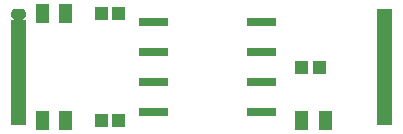
<source format=gbr>
G04 #@! TF.GenerationSoftware,KiCad,Pcbnew,(5.0.0)*
G04 #@! TF.CreationDate,2019-04-19T16:06:08+03:00*
G04 #@! TF.ProjectId,can_adapter,63616E5F616461707465722E6B696361,rev?*
G04 #@! TF.SameCoordinates,Original*
G04 #@! TF.FileFunction,Soldermask,Top*
G04 #@! TF.FilePolarity,Negative*
%FSLAX46Y46*%
G04 Gerber Fmt 4.6, Leading zero omitted, Abs format (unit mm)*
G04 Created by KiCad (PCBNEW (5.0.0)) date 04/19/19 16:06:08*
%MOMM*%
%LPD*%
G01*
G04 APERTURE LIST*
%ADD10C,0.200000*%
G04 APERTURE END LIST*
D10*
G36*
X187050000Y-59800000D02*
X185950000Y-59800000D01*
X185950000Y-58200000D01*
X187050000Y-58200000D01*
X187050000Y-59800000D01*
X187050000Y-59800000D01*
G37*
G36*
X165050000Y-59800000D02*
X163950000Y-59800000D01*
X163950000Y-58200000D01*
X165050000Y-58200000D01*
X165050000Y-59800000D01*
X165050000Y-59800000D01*
G37*
G36*
X163050000Y-59800000D02*
X161950000Y-59800000D01*
X161950000Y-58200000D01*
X163050000Y-58200000D01*
X163050000Y-59800000D01*
X163050000Y-59800000D01*
G37*
G36*
X185050000Y-59800000D02*
X183950000Y-59800000D01*
X183950000Y-58200000D01*
X185050000Y-58200000D01*
X185050000Y-59800000D01*
X185050000Y-59800000D01*
G37*
G36*
X168050000Y-59550000D02*
X166950000Y-59550000D01*
X166950000Y-58450000D01*
X168050000Y-58450000D01*
X168050000Y-59550000D01*
X168050000Y-59550000D01*
G37*
G36*
X169550000Y-59550000D02*
X168450000Y-59550000D01*
X168450000Y-58450000D01*
X169550000Y-58450000D01*
X169550000Y-59550000D01*
X169550000Y-59550000D01*
G37*
G36*
X192150000Y-59450000D02*
X190850000Y-59450000D01*
X190850000Y-49550000D01*
X192150000Y-49550000D01*
X192150000Y-59450000D01*
X192150000Y-59450000D01*
G37*
G36*
X160788212Y-49556510D02*
X160788215Y-49556511D01*
X160873041Y-49582243D01*
X160873043Y-49582244D01*
X160951213Y-49624026D01*
X161019737Y-49680263D01*
X161075974Y-49748787D01*
X161117756Y-49826957D01*
X161143490Y-49911788D01*
X161152178Y-50000000D01*
X161143490Y-50088212D01*
X161117756Y-50173043D01*
X161075974Y-50251213D01*
X161019737Y-50319737D01*
X160955203Y-50372699D01*
X160941342Y-50386561D01*
X160930451Y-50402861D01*
X160922949Y-50420972D01*
X160919124Y-50440199D01*
X160919125Y-50459802D01*
X160922949Y-50479029D01*
X160930451Y-50497140D01*
X160941342Y-50513440D01*
X160955204Y-50527301D01*
X160971504Y-50538192D01*
X160989615Y-50545694D01*
X161018643Y-50550000D01*
X161150000Y-50550000D01*
X161150000Y-59450000D01*
X159850000Y-59450000D01*
X159850000Y-50550000D01*
X159981357Y-50550000D01*
X160000866Y-50548079D01*
X160019625Y-50542388D01*
X160036914Y-50533147D01*
X160052068Y-50520711D01*
X160064504Y-50505557D01*
X160073745Y-50488268D01*
X160079436Y-50469509D01*
X160081357Y-50450000D01*
X160079436Y-50430491D01*
X160073745Y-50411732D01*
X160064504Y-50394443D01*
X160044797Y-50372699D01*
X159980263Y-50319737D01*
X159924026Y-50251213D01*
X159882244Y-50173043D01*
X159856510Y-50088212D01*
X159847822Y-50000000D01*
X159856510Y-49911788D01*
X159882244Y-49826957D01*
X159924026Y-49748787D01*
X159980263Y-49680263D01*
X160048787Y-49624026D01*
X160126957Y-49582244D01*
X160126959Y-49582243D01*
X160211785Y-49556511D01*
X160211788Y-49556510D01*
X160277889Y-49550000D01*
X160722111Y-49550000D01*
X160788212Y-49556510D01*
X160788212Y-49556510D01*
G37*
G36*
X182275000Y-58685000D02*
X179825000Y-58685000D01*
X179825000Y-57935000D01*
X182275000Y-57935000D01*
X182275000Y-58685000D01*
X182275000Y-58685000D01*
G37*
G36*
X173175000Y-58685000D02*
X170725000Y-58685000D01*
X170725000Y-57935000D01*
X173175000Y-57935000D01*
X173175000Y-58685000D01*
X173175000Y-58685000D01*
G37*
G36*
X173175000Y-56145000D02*
X170725000Y-56145000D01*
X170725000Y-55395000D01*
X173175000Y-55395000D01*
X173175000Y-56145000D01*
X173175000Y-56145000D01*
G37*
G36*
X182275000Y-56145000D02*
X179825000Y-56145000D01*
X179825000Y-55395000D01*
X182275000Y-55395000D01*
X182275000Y-56145000D01*
X182275000Y-56145000D01*
G37*
G36*
X185050000Y-55050000D02*
X183950000Y-55050000D01*
X183950000Y-53950000D01*
X185050000Y-53950000D01*
X185050000Y-55050000D01*
X185050000Y-55050000D01*
G37*
G36*
X186550000Y-55050000D02*
X185450000Y-55050000D01*
X185450000Y-53950000D01*
X186550000Y-53950000D01*
X186550000Y-55050000D01*
X186550000Y-55050000D01*
G37*
G36*
X182275000Y-53605000D02*
X179825000Y-53605000D01*
X179825000Y-52855000D01*
X182275000Y-52855000D01*
X182275000Y-53605000D01*
X182275000Y-53605000D01*
G37*
G36*
X173175000Y-53605000D02*
X170725000Y-53605000D01*
X170725000Y-52855000D01*
X173175000Y-52855000D01*
X173175000Y-53605000D01*
X173175000Y-53605000D01*
G37*
G36*
X182275000Y-51065000D02*
X179825000Y-51065000D01*
X179825000Y-50315000D01*
X182275000Y-50315000D01*
X182275000Y-51065000D01*
X182275000Y-51065000D01*
G37*
G36*
X173175000Y-51065000D02*
X170725000Y-51065000D01*
X170725000Y-50315000D01*
X173175000Y-50315000D01*
X173175000Y-51065000D01*
X173175000Y-51065000D01*
G37*
G36*
X163050000Y-50800000D02*
X161950000Y-50800000D01*
X161950000Y-49200000D01*
X163050000Y-49200000D01*
X163050000Y-50800000D01*
X163050000Y-50800000D01*
G37*
G36*
X165050000Y-50800000D02*
X163950000Y-50800000D01*
X163950000Y-49200000D01*
X165050000Y-49200000D01*
X165050000Y-50800000D01*
X165050000Y-50800000D01*
G37*
G36*
X169550000Y-50550000D02*
X168450000Y-50550000D01*
X168450000Y-49450000D01*
X169550000Y-49450000D01*
X169550000Y-50550000D01*
X169550000Y-50550000D01*
G37*
G36*
X168050000Y-50550000D02*
X166950000Y-50550000D01*
X166950000Y-49450000D01*
X168050000Y-49450000D01*
X168050000Y-50550000D01*
X168050000Y-50550000D01*
G37*
M02*

</source>
